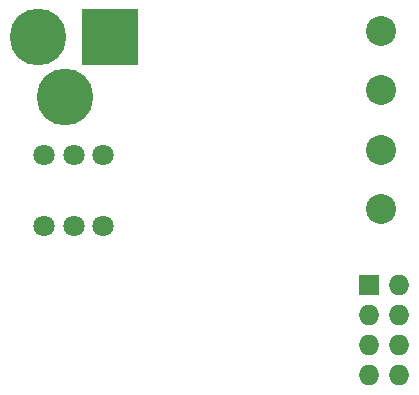
<source format=gbr>
%FSLAX46Y46*%
G04 Gerber Fmt 4.6, Leading zero omitted, Abs format (unit mm)*
G04 Created by KiCad (PCBNEW (2014-10-22 BZR 5214)-product) date Sat 10 Oct 2015 08:53:24 PM EDT*
%MOMM*%
G01*
G04 APERTURE LIST*
%ADD10C,0.200000*%
%ADD11C,4.800600*%
%ADD12R,4.800600X4.800600*%
%ADD13R,1.727200X1.727200*%
%ADD14O,1.727200X1.727200*%
%ADD15C,1.800000*%
%ADD16C,2.540000*%
G04 APERTURE END LIST*
D10*
D11*
X155000000Y-111000000D03*
D12*
X161096000Y-111000000D03*
D11*
X157286000Y-116080000D03*
D13*
X183000000Y-132000000D03*
D14*
X185540000Y-132000000D03*
X183000000Y-134540000D03*
X185540000Y-134540000D03*
X183000000Y-137080000D03*
X185540000Y-137080000D03*
X183000000Y-139620000D03*
X185540000Y-139620000D03*
D15*
X155500000Y-121000000D03*
X158000000Y-121000000D03*
X160500000Y-121000000D03*
X155500000Y-127000000D03*
X158000000Y-127000000D03*
X160500000Y-127000000D03*
D16*
X184000000Y-120500000D03*
X184000000Y-115500000D03*
X184000000Y-110500000D03*
X184000000Y-125500000D03*
M02*

</source>
